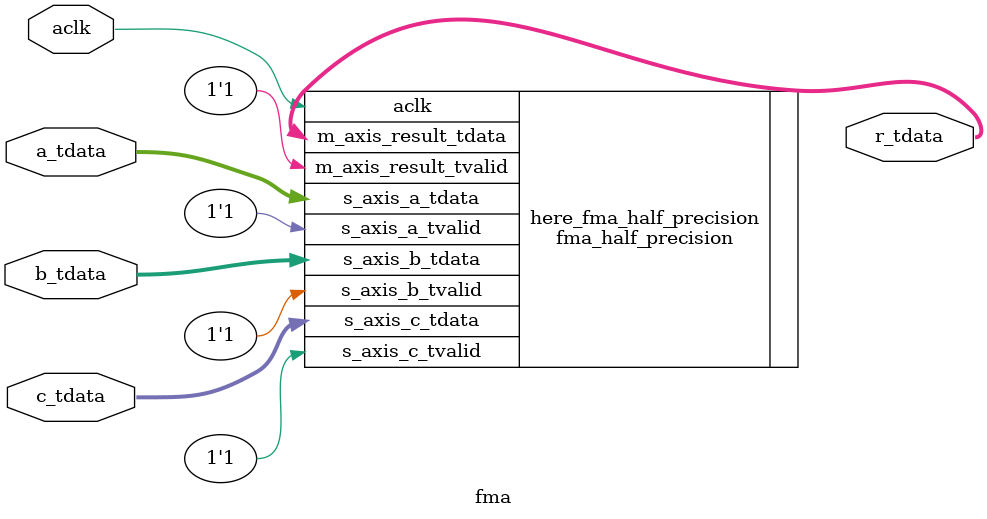
<source format=v>
module fma(
    input wire aclk,
    input wire[15:0] a_tdata,
    input wire[15:0] b_tdata,
    input wire[15:0] c_tdata,
    output wire[15:0] r_tdata
);
    fma_half_precision here_fma_half_precision(
        .aclk(aclk),
        .s_axis_a_tvalid(1'b1),
        .s_axis_a_tdata(a_tdata),
        .s_axis_b_tvalid(1'b1),
        .s_axis_b_tdata(b_tdata),
        .s_axis_c_tvalid(1'b1),
        .s_axis_c_tdata(c_tdata),
        .m_axis_result_tvalid(1'b1),
        .m_axis_result_tdata(r_tdata)
    );
endmodule

</source>
